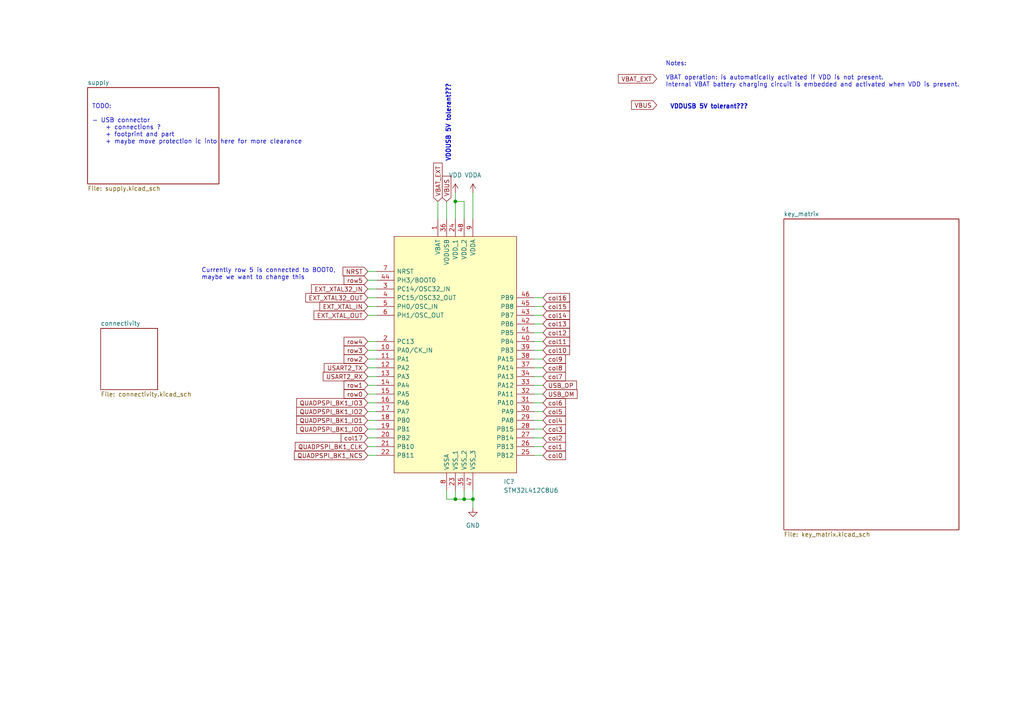
<source format=kicad_sch>
(kicad_sch (version 20211123) (generator eeschema)
  (paper "A4")
  (lib_symbols
    (symbol "CustomKeyboard:STM32L412C8U6" (pin_names (offset 0.762))
      (property "Reference" "IC" (at 41.91 22.86 0))
      (property "Value" "STM32L412C8U6" (at 41.91 20.32 0))
      (symbol "STM32L412C8U6_0_0"
        (pin passive line (at 17.78 22.86 270) (length 5.08) (name "VBAT") (number "1"))
        (pin passive line (at 0 -15.24 0) (length 5.08) (name "PA0/CK_IN") (number "10"))
        (pin passive line (at 0 -17.78 0) (length 5.08) (name "PA1") (number "11"))
        (pin passive line (at 0 -20.32 0) (length 5.08) (name "PA2") (number "12"))
        (pin passive line (at 0 -22.86 0) (length 5.08) (name "PA3") (number "13"))
        (pin passive line (at 0 -25.4 0) (length 5.08) (name "PA4") (number "14"))
        (pin passive line (at 0 -27.94 0) (length 5.08) (name "PA5") (number "15"))
        (pin passive line (at 0 -30.48 0) (length 5.08) (name "PA6") (number "16"))
        (pin passive line (at 0 -33.02 0) (length 5.08) (name "PA7") (number "17"))
        (pin passive line (at 0 -35.56 0) (length 5.08) (name "PB0") (number "18"))
        (pin passive line (at 0 -38.1 0) (length 5.08) (name "PB1") (number "19"))
        (pin passive line (at 0 -12.7 0) (length 5.08) (name "PC13") (number "2"))
        (pin passive line (at 0 -40.64 0) (length 5.08) (name "PB2") (number "20"))
        (pin passive line (at 0 -43.18 0) (length 5.08) (name "PB10") (number "21"))
        (pin passive line (at 0 -45.72 0) (length 5.08) (name "PB11") (number "22"))
        (pin passive line (at 22.86 -55.88 90) (length 5.08) (name "VSS_1") (number "23"))
        (pin passive line (at 22.86 22.86 270) (length 5.08) (name "VDD_1") (number "24"))
        (pin passive line (at 45.72 -45.72 180) (length 5.08) (name "PB12") (number "25"))
        (pin passive line (at 45.72 -43.18 180) (length 5.08) (name "PB13") (number "26"))
        (pin passive line (at 45.72 -40.64 180) (length 5.08) (name "PB14") (number "27"))
        (pin passive line (at 45.72 -38.1 180) (length 5.08) (name "PB15") (number "28"))
        (pin passive line (at 45.72 -35.56 180) (length 5.08) (name "PA8") (number "29"))
        (pin passive line (at 0 2.54 0) (length 5.08) (name "PC14/OSC32_IN") (number "3"))
        (pin passive line (at 45.72 -33.02 180) (length 5.08) (name "PA9") (number "30"))
        (pin passive line (at 45.72 -30.48 180) (length 5.08) (name "PA10") (number "31"))
        (pin passive line (at 45.72 -27.94 180) (length 5.08) (name "PA11") (number "32"))
        (pin passive line (at 45.72 -25.4 180) (length 5.08) (name "PA12") (number "33"))
        (pin passive line (at 45.72 -22.86 180) (length 5.08) (name "PA13") (number "34"))
        (pin passive line (at 25.4 -55.88 90) (length 5.08) (name "VSS_2") (number "35"))
        (pin passive line (at 20.32 22.86 270) (length 5.08) (name "VDDUSB") (number "36"))
        (pin passive line (at 45.72 -20.32 180) (length 5.08) (name "PA14") (number "37"))
        (pin passive line (at 45.72 -17.78 180) (length 5.08) (name "PA15") (number "38"))
        (pin passive line (at 45.72 -15.24 180) (length 5.08) (name "PB3") (number "39"))
        (pin passive line (at 0 0 0) (length 5.08) (name "PC15/OSC32_OUT") (number "4"))
        (pin passive line (at 45.72 -12.7 180) (length 5.08) (name "PB4") (number "40"))
        (pin passive line (at 45.72 -10.16 180) (length 5.08) (name "PB5") (number "41"))
        (pin passive line (at 45.72 -7.62 180) (length 5.08) (name "PB6") (number "42"))
        (pin passive line (at 45.72 -5.08 180) (length 5.08) (name "PB7") (number "43"))
        (pin passive line (at 0 5.08 0) (length 5.08) (name "PH3/BOOT0") (number "44"))
        (pin passive line (at 45.72 -2.54 180) (length 5.08) (name "PB8") (number "45"))
        (pin passive line (at 45.72 0 180) (length 5.08) (name "PB9") (number "46"))
        (pin passive line (at 27.94 -55.88 90) (length 5.08) (name "VSS_3") (number "47"))
        (pin passive line (at 25.4 22.86 270) (length 5.08) (name "VDD_2") (number "48"))
        (pin passive line (at 22.86 -55.88 90) (length 5.08) hide (name "EP") (number "49"))
        (pin passive line (at 0 -2.54 0) (length 5.08) (name "PH0/OSC_IN") (number "5"))
        (pin passive line (at 0 -5.08 0) (length 5.08) (name "PH1/OSC_OUT") (number "6"))
        (pin passive line (at 0 7.62 0) (length 5.08) (name "NRST") (number "7"))
        (pin passive line (at 20.32 -55.88 90) (length 5.08) (name "VSSA") (number "8"))
        (pin passive line (at 27.94 22.86 270) (length 5.08) (name "VDDA") (number "9"))
      )
      (symbol "STM32L412C8U6_0_1"
        (polyline (pts (xy 5.08 17.78) (xy 40.64 17.78) (xy 40.64 -50.8) (xy 5.08 -50.8) (xy 5.08 17.78)) (stroke (width 0.1524)) (fill (type background)))
      )
    )
    (symbol "power:GND" (power) (pin_names (offset 0))
      (property "Value" "GND" (at 0 -3.81 0))
      (symbol "GND_0_1"
        (polyline (pts (xy 0 0) (xy 0 -1.27) (xy 1.27 -1.27) (xy 0 -2.54) (xy -1.27 -1.27) (xy 0 -1.27)))
      )
      (symbol "GND_1_1"
        (pin power_in line (at 0 0 270) (length 0) hide (name "GND") (number "1"))
      )
    )
    (symbol "power:VDD" (power) (pin_names (offset 0))
      (property "Value" "VDD" (at 0 3.81 0))
      (symbol "VDD_0_1"
        (polyline (pts (xy -0.762 1.27) (xy 0 2.54)))
        (polyline (pts (xy 0 0) (xy 0 2.54)))
        (polyline (pts (xy 0 2.54) (xy 0.762 1.27)))
      )
      (symbol "VDD_1_1"
        (pin power_in line (at 0 0 90) (length 0) hide (name "VDD") (number "1"))
      )
    )
    (symbol "power:VDDA" (power) (pin_names (offset 0))
      (property "Value" "VDDA" (at 0 3.81 0))
      (symbol "VDDA_0_1"
        (polyline (pts (xy -0.762 1.27) (xy 0 2.54)))
        (polyline (pts (xy 0 0) (xy 0 2.54)))
        (polyline (pts (xy 0 2.54) (xy 0.762 1.27)))
      )
      (symbol "VDDA_1_1"
        (pin power_in line (at 0 0 90) (length 0) hide (name "VDDA") (number "1"))
      )
    )
  )
  (junction (at 132.08 58.42))
  (junction (at 134.62 144.78))
  (junction (at 132.08 144.78))
  (junction (at 137.16 144.78))
  (wire (pts (xy 134.62 144.78) (xy 137.16 144.78)))
  (wire (pts (xy 106.68 116.84) (xy 109.22 116.84)))
  (wire (pts (xy 134.62 58.42) (xy 134.62 63.5)))
  (wire (pts (xy 106.68 86.36) (xy 109.22 86.36)))
  (wire (pts (xy 106.68 88.9) (xy 109.22 88.9)))
  (wire (pts (xy 106.68 83.82) (xy 109.22 83.82)))
  (wire (pts (xy 154.94 111.76) (xy 157.48 111.76)))
  (wire (pts (xy 154.94 91.44) (xy 157.48 91.44)))
  (wire (pts (xy 154.94 129.54) (xy 157.48 129.54)))
  (wire (pts (xy 137.16 55.88) (xy 137.16 63.5)))
  (wire (pts (xy 134.62 144.78) (xy 134.62 142.24)))
  (wire (pts (xy 154.94 124.46) (xy 157.48 124.46)))
  (wire (pts (xy 154.94 99.06) (xy 157.48 99.06)))
  (wire (pts (xy 129.54 144.78) (xy 132.08 144.78)))
  (wire (pts (xy 132.08 55.88) (xy 132.08 58.42)))
  (wire (pts (xy 106.68 119.38) (xy 109.22 119.38)))
  (wire (pts (xy 129.54 58.42) (xy 129.54 63.5)))
  (wire (pts (xy 154.94 119.38) (xy 157.48 119.38)))
  (wire (pts (xy 132.08 144.78) (xy 134.62 144.78)))
  (wire (pts (xy 106.68 121.92) (xy 109.22 121.92)))
  (wire (pts (xy 106.68 81.28) (xy 109.22 81.28)))
  (wire (pts (xy 154.94 109.22) (xy 157.48 109.22)))
  (wire (pts (xy 154.94 106.68) (xy 157.48 106.68)))
  (wire (pts (xy 132.08 58.42) (xy 134.62 58.42)))
  (wire (pts (xy 137.16 144.78) (xy 137.16 142.24)))
  (wire (pts (xy 106.68 101.6) (xy 109.22 101.6)))
  (wire (pts (xy 106.68 106.68) (xy 109.22 106.68)))
  (wire (pts (xy 154.94 88.9) (xy 157.48 88.9)))
  (wire (pts (xy 106.68 111.76) (xy 109.22 111.76)))
  (wire (pts (xy 106.68 104.14) (xy 109.22 104.14)))
  (wire (pts (xy 154.94 96.52) (xy 157.48 96.52)))
  (wire (pts (xy 106.68 114.3) (xy 109.22 114.3)))
  (wire (pts (xy 154.94 114.3) (xy 157.48 114.3)))
  (wire (pts (xy 132.08 142.24) (xy 132.08 144.78)))
  (wire (pts (xy 137.16 144.78) (xy 137.16 147.32)))
  (wire (pts (xy 106.68 78.74) (xy 109.22 78.74)))
  (wire (pts (xy 154.94 132.08) (xy 157.48 132.08)))
  (wire (pts (xy 154.94 121.92) (xy 157.48 121.92)))
  (wire (pts (xy 154.94 101.6) (xy 157.48 101.6)))
  (wire (pts (xy 106.68 127) (xy 109.22 127)))
  (wire (pts (xy 106.68 129.54) (xy 109.22 129.54)))
  (wire (pts (xy 106.68 109.22) (xy 109.22 109.22)))
  (wire (pts (xy 154.94 93.98) (xy 157.48 93.98)))
  (wire (pts (xy 106.68 99.06) (xy 109.22 99.06)))
  (wire (pts (xy 106.68 124.46) (xy 109.22 124.46)))
  (wire (pts (xy 154.94 116.84) (xy 157.48 116.84)))
  (wire (pts (xy 127 58.42) (xy 127 63.5)))
  (wire (pts (xy 154.94 86.36) (xy 157.48 86.36)))
  (wire (pts (xy 154.94 127) (xy 157.48 127)))
  (wire (pts (xy 154.94 104.14) (xy 157.48 104.14)))
  (wire (pts (xy 106.68 91.44) (xy 109.22 91.44)))
  (wire (pts (xy 106.68 132.08) (xy 109.22 132.08)))
  (wire (pts (xy 132.08 63.5) (xy 132.08 58.42)))
  (wire (pts (xy 129.54 142.24) (xy 129.54 144.78)))
  (text "Currently row 5 is connected to BOOT0,\nmaybe we want to change this" (at 58.42 81.28 0) (effects (font (size 1.27 1.27)) (justify left bottom)))
  (text "Notes:\n\nVBAT operation: is automatically activated if VDD is not present. \nInternal VBAT battery charging circuit is embedded and activated when VDD is present." (at 193.04 25.4 0) (effects (font (size 1.27 1.27)) (justify left bottom)))
  (text "VDDUSB 5V tolerant???" (at 130.81 46.99 90) (effects (font (size 1.27 1.27) (thickness 0.254) bold) (justify left bottom)))
  (text "TODO:\n\n- USB connector\n    + connections ? \n    + footprint and part\n    + maybe move protection ic into here for more clearance" (at 26.67 41.91 0) (effects (font (size 1.27 1.27)) (justify left bottom)))
  (text "VDDUSB 5V tolerant???" (at 194.31 31.75 0) (effects (font (size 1.27 1.27) (thickness 0.254) bold) (justify left bottom)))
  (global_label "row1" (shape input) (at 106.6892 111.6776 180) (property "Intersheet References" "${INTERSHEET_REFS}" (effects hide)))
  (global_label "EXT_XTAL32_IN" (shape input) (at 106.68 83.82 180) (property "Intersheet References" "${INTERSHEET_REFS}" (effects hide)))
  (global_label "col6" (shape input) (at 157.48 116.84 0) (property "Intersheet References" "${INTERSHEET_REFS}" (effects hide)))
  (global_label "col9" (shape input) (at 157.48 104.14 0) (property "Intersheet References" "${INTERSHEET_REFS}" (effects hide)))
  (global_label "USB_DM" (shape input) (at 157.48 114.3 0) (property "Intersheet References" "${INTERSHEET_REFS}" (effects hide)))
  (global_label "col12" (shape input) (at 157.48 96.52 0) (property "Intersheet References" "${INTERSHEET_REFS}" (effects hide)))
  (global_label "col3" (shape input) (at 157.48 124.46 0) (property "Intersheet References" "${INTERSHEET_REFS}" (effects hide)))
  (global_label "VBUS" (shape input) (at 129.54 58.42 90) (property "Intersheet References" "${INTERSHEET_REFS}" (effects hide)))
  (global_label "USART2_RX" (shape input) (at 106.68 109.22 180) (property "Intersheet References" "${INTERSHEET_REFS}" (effects hide)))
  (global_label "row0" (shape input) (at 106.68 114.3 180) (property "Intersheet References" "${INTERSHEET_REFS}" (effects hide)))
  (global_label "row5" (shape input) (at 106.68 81.28 180) (property "Intersheet References" "${INTERSHEET_REFS}" (effects hide)))
  (global_label "col2" (shape input) (at 157.48 127 0) (property "Intersheet References" "${INTERSHEET_REFS}" (effects hide)))
  (global_label "row2" (shape input) (at 106.68 104.14 180) (property "Intersheet References" "${INTERSHEET_REFS}" (effects hide)))
  (global_label "QUADPSPI_BK1_IO0" (shape input) (at 106.68 124.46 180) (property "Intersheet References" "${INTERSHEET_REFS}" (effects hide)))
  (global_label "col0" (shape input) (at 157.48 132.08 0) (property "Intersheet References" "${INTERSHEET_REFS}" (effects hide)))
  (global_label "QUADPSPI_BK1_IO3" (shape input) (at 106.68 116.84 180) (property "Intersheet References" "${INTERSHEET_REFS}" (effects hide)))
  (global_label "VBAT_EXT" (shape input) (at 190.5 22.86 180) (property "Intersheet References" "${INTERSHEET_REFS}" (effects hide)))
  (global_label "col7" (shape input) (at 157.48 109.22 0) (property "Intersheet References" "${INTERSHEET_REFS}" (effects hide)))
  (global_label "USART2_TX" (shape input) (at 106.68 106.68 180) (property "Intersheet References" "${INTERSHEET_REFS}" (effects hide)))
  (global_label "QUADPSPI_BK1_IO2" (shape input) (at 106.68 119.38 180) (property "Intersheet References" "${INTERSHEET_REFS}" (effects hide)))
  (global_label "col14" (shape input) (at 157.48 91.44 0) (property "Intersheet References" "${INTERSHEET_REFS}" (effects hide)))
  (global_label "USB_DP" (shape input) (at 157.48 111.76 0) (property "Intersheet References" "${INTERSHEET_REFS}" (effects hide)))
  (global_label "col10" (shape input) (at 157.48 101.6 0) (property "Intersheet References" "${INTERSHEET_REFS}" (effects hide)))
  (global_label "col17" (shape input) (at 106.68 127 180) (property "Intersheet References" "${INTERSHEET_REFS}" (effects hide)))
  (global_label "row3" (shape input) (at 106.68 101.6 180) (property "Intersheet References" "${INTERSHEET_REFS}" (effects hide)))
  (global_label "col15" (shape input) (at 157.48 88.9 0) (property "Intersheet References" "${INTERSHEET_REFS}" (effects hide)))
  (global_label "col13" (shape input) (at 157.4617 93.9029 0) (property "Intersheet References" "${INTERSHEET_REFS}" (effects hide)))
  (global_label "col11" (shape input) (at 157.48 99.06 0) (property "Intersheet References" "${INTERSHEET_REFS}" (effects hide)))
  (global_label "EXT_XTAL_IN" (shape input) (at 106.68 88.9 180) (property "Intersheet References" "${INTERSHEET_REFS}" (effects hide)))
  (global_label "QUADPSPI_BK1_IO1" (shape input) (at 106.68 121.92 180) (property "Intersheet References" "${INTERSHEET_REFS}" (effects hide)))
  (global_label "VBUS" (shape input) (at 190.5 30.48 180) (property "Intersheet References" "${INTERSHEET_REFS}" (effects hide)))
  (global_label "EXT_XTAL32_OUT" (shape input) (at 106.68 86.36 180) (property "Intersheet References" "${INTERSHEET_REFS}" (effects hide)))
  (global_label "QUADPSPI_BK1_NCS" (shape input) (at 106.68 132.08 180) (property "Intersheet References" "${INTERSHEET_REFS}" (effects hide)))
  (global_label "VBAT_EXT" (shape input) (at 127 58.42 90) (property "Intersheet References" "${INTERSHEET_REFS}" (effects hide)))
  (global_label "row4" (shape input) (at 106.68 99.06 180) (property "Intersheet References" "${INTERSHEET_REFS}" (effects hide)))
  (global_label "EXT_XTAL_OUT" (shape input) (at 106.68 91.44 180) (property "Intersheet References" "${INTERSHEET_REFS}" (effects hide)))
  (global_label "col1" (shape input) (at 157.48 129.54 0) (property "Intersheet References" "${INTERSHEET_REFS}" (effects hide)))
  (global_label "NRST" (shape input) (at 106.68 78.74 180) (property "Intersheet References" "${INTERSHEET_REFS}" (effects hide)))
  (global_label "QUADPSPI_BK1_CLK" (shape input) (at 106.68 129.54 180) (property "Intersheet References" "${INTERSHEET_REFS}" (effects hide)))
  (global_label "col16" (shape input) (at 157.48 86.36 0) (property "Intersheet References" "${INTERSHEET_REFS}" (effects hide)))
  (global_label "col4" (shape input) (at 157.48 121.92 0) (property "Intersheet References" "${INTERSHEET_REFS}" (effects hide)))
  (global_label "col5" (shape input) (at 157.48 119.38 0) (property "Intersheet References" "${INTERSHEET_REFS}" (effects hide)))
  (global_label "col8" (shape input) (at 157.48 106.68 0) (property "Intersheet References" "${INTERSHEET_REFS}" (effects hide)))
  (symbol (lib_id "power:GND") (at 137.16 147.32 0) (unit 1)
    (property "Reference" "#PWR?" (effects hide))
    (property "Value" "GND" (at 137.16 152.4 0))
  )
  (symbol (lib_id "power:VDDA") (at 137.16 55.88 0) (unit 1)
    (property "Reference" "#PWR?" (effects hide))
    (property "Value" "VDDA" (at 137.16 50.8 0))
  )
  (symbol (lib_id "CustomKeyboard:STM32L412C8U6") (at 109.22 86.36 0) (unit 1)
    (property "Reference" "IC?" (at 146.05 139.7 0) (effects (justify left)))
    (property "Value" "STM32L412C8U6" (at 146.05 142.24 0) (effects (justify left)))
    (property "Footprint" "CustomKeyboard:QFN50P700X700X65-49N-D" (effects hide))
    (property "Datasheet" "https://www.arrow.com/en/products/stm32l412c8u6/stmicroelectronics" (effects hide))
    (property "Description" "ARM Microcontrollers - MCU 16/32-BITS MICROS" (effects hide))
    (property "Height" "0.65" (effects hide))
    (property "Mouser Part Number" "511-STM32L412C8U6" (effects hide))
    (property "Mouser Price/Stock" "https://www.mouser.co.uk/ProductDetail/STMicroelectronics/STM32L412C8U6?qs=l7cgNqFNU1ixhybWRBzfMQ%3D%3D" (effects hide))
    (property "Manufacturer_Name" "STMicroelectronics" (effects hide))
    (property "Manufacturer_Part_Number" "STM32L412C8U6" (effects hide))
  )
  (symbol (lib_id "power:VDD") (at 132.08 55.88 0) (unit 1)
    (property "Reference" "#PWR?" (effects hide))
    (property "Value" "VDD" (at 132.08 50.8 0))
  )
  (sheet (at 25.4 25.4) (size 38.1 27.94) (stroke (width 0.1524))
    (property "Sheet name" "supply" (at 25.4 24.6884 0) (effects (justify left bottom)))
    (property "Sheet file" "supply.kicad_sch" (at 25.4 53.9246 0) (effects (justify left top)))
  )
  (sheet (at 29.21 95.25) (size 16.51 17.78) (stroke (width 0.1524))
    (property "Sheet name" "connectivity" (at 29.21 94.5384 0) (effects (justify left bottom)))
    (property "Sheet file" "connectivity.kicad_sch" (at 29.21 113.6146 0) (effects (justify left top)))
  )
  (sheet (at 227.33 63.5) (size 50.8 90.17) (stroke (width 0.1524))
    (property "Sheet name" "key_matrix" (at 227.33 62.7884 0) (effects (justify left bottom)))
    (property "Sheet file" "key_matrix.kicad_sch" (at 227.33 154.2546 0) (effects (justify left top)))
  )
)
</source>
